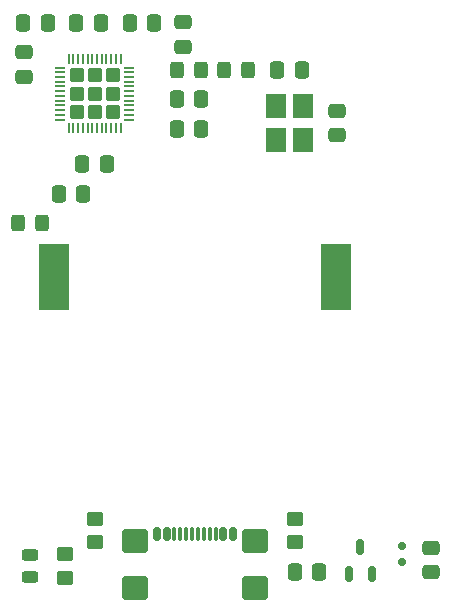
<source format=gbr>
%TF.GenerationSoftware,KiCad,Pcbnew,8.0.3-8.0.3-0~ubuntu24.04.1*%
%TF.CreationDate,2024-06-13T21:29:57+05:00*%
%TF.ProjectId,solartap_mcu,736f6c61-7274-4617-905f-6d63752e6b69,rev?*%
%TF.SameCoordinates,Original*%
%TF.FileFunction,Paste,Top*%
%TF.FilePolarity,Positive*%
%FSLAX46Y46*%
G04 Gerber Fmt 4.6, Leading zero omitted, Abs format (unit mm)*
G04 Created by KiCad (PCBNEW 8.0.3-8.0.3-0~ubuntu24.04.1) date 2024-06-13 21:29:57*
%MOMM*%
%LPD*%
G01*
G04 APERTURE LIST*
G04 Aperture macros list*
%AMRoundRect*
0 Rectangle with rounded corners*
0 $1 Rounding radius*
0 $2 $3 $4 $5 $6 $7 $8 $9 X,Y pos of 4 corners*
0 Add a 4 corners polygon primitive as box body*
4,1,4,$2,$3,$4,$5,$6,$7,$8,$9,$2,$3,0*
0 Add four circle primitives for the rounded corners*
1,1,$1+$1,$2,$3*
1,1,$1+$1,$4,$5*
1,1,$1+$1,$6,$7*
1,1,$1+$1,$8,$9*
0 Add four rect primitives between the rounded corners*
20,1,$1+$1,$2,$3,$4,$5,0*
20,1,$1+$1,$4,$5,$6,$7,0*
20,1,$1+$1,$6,$7,$8,$9,0*
20,1,$1+$1,$8,$9,$2,$3,0*%
G04 Aperture macros list end*
%ADD10RoundRect,0.150000X0.200000X-0.150000X0.200000X0.150000X-0.200000X0.150000X-0.200000X-0.150000X0*%
%ADD11R,1.800000X2.100000*%
%ADD12RoundRect,0.250000X0.475000X-0.337500X0.475000X0.337500X-0.475000X0.337500X-0.475000X-0.337500X0*%
%ADD13RoundRect,0.250000X0.337500X0.475000X-0.337500X0.475000X-0.337500X-0.475000X0.337500X-0.475000X0*%
%ADD14RoundRect,0.250000X0.325000X0.450000X-0.325000X0.450000X-0.325000X-0.450000X0.325000X-0.450000X0*%
%ADD15RoundRect,0.250000X-0.337500X-0.475000X0.337500X-0.475000X0.337500X0.475000X-0.337500X0.475000X0*%
%ADD16RoundRect,0.250000X-0.475000X0.337500X-0.475000X-0.337500X0.475000X-0.337500X0.475000X0.337500X0*%
%ADD17R,2.600000X5.560000*%
%ADD18RoundRect,0.250000X0.450000X-0.350000X0.450000X0.350000X-0.450000X0.350000X-0.450000X-0.350000X0*%
%ADD19RoundRect,0.250000X-0.840000X-0.750000X0.840000X-0.750000X0.840000X0.750000X-0.840000X0.750000X0*%
%ADD20RoundRect,0.150000X-0.150000X-0.425000X0.150000X-0.425000X0.150000X0.425000X-0.150000X0.425000X0*%
%ADD21RoundRect,0.075000X-0.075000X-0.500000X0.075000X-0.500000X0.075000X0.500000X-0.075000X0.500000X0*%
%ADD22RoundRect,0.243750X-0.456250X0.243750X-0.456250X-0.243750X0.456250X-0.243750X0.456250X0.243750X0*%
%ADD23RoundRect,0.250000X-0.370000X0.370000X-0.370000X-0.370000X0.370000X-0.370000X0.370000X0.370000X0*%
%ADD24RoundRect,0.050000X-0.050000X0.350000X-0.050000X-0.350000X0.050000X-0.350000X0.050000X0.350000X0*%
%ADD25RoundRect,0.050000X-0.350000X0.050000X-0.350000X-0.050000X0.350000X-0.050000X0.350000X0.050000X0*%
%ADD26RoundRect,0.250000X-0.325000X-0.450000X0.325000X-0.450000X0.325000X0.450000X-0.325000X0.450000X0*%
%ADD27RoundRect,0.150000X0.150000X-0.512500X0.150000X0.512500X-0.150000X0.512500X-0.150000X-0.512500X0*%
%ADD28RoundRect,0.250000X-0.450000X0.350000X-0.450000X-0.350000X0.450000X-0.350000X0.450000X0.350000X0*%
G04 APERTURE END LIST*
D10*
%TO.C,D2*%
X112500000Y-106700000D03*
X112500000Y-105300000D03*
%TD*%
D11*
%TO.C,Y1*%
X104150000Y-70950000D03*
X104150000Y-68050000D03*
X101850000Y-68050000D03*
X101850000Y-70950000D03*
%TD*%
D12*
%TO.C,C5*%
X94000000Y-63037500D03*
X94000000Y-60962500D03*
%TD*%
%TO.C,C4*%
X80500000Y-65567500D03*
X80500000Y-63492500D03*
%TD*%
D13*
%TO.C,C9*%
X83462500Y-75500000D03*
X85537500Y-75500000D03*
%TD*%
%TO.C,C3*%
X95537500Y-67500000D03*
X93462500Y-67500000D03*
%TD*%
D12*
%TO.C,C7*%
X107000000Y-70537500D03*
X107000000Y-68462500D03*
%TD*%
D14*
%TO.C,L1*%
X95525000Y-65000000D03*
X93475000Y-65000000D03*
%TD*%
D15*
%TO.C,C12*%
X105537500Y-107500000D03*
X103462500Y-107500000D03*
%TD*%
D16*
%TO.C,C13*%
X115000000Y-107537500D03*
X115000000Y-105462500D03*
%TD*%
D17*
%TO.C,BT1*%
X83095000Y-82500000D03*
X106905000Y-82500000D03*
%TD*%
D14*
%TO.C,L2*%
X99525000Y-65000000D03*
X97475000Y-65000000D03*
%TD*%
D18*
%TO.C,R1*%
X84000000Y-108000000D03*
X84000000Y-106000000D03*
%TD*%
D15*
%TO.C,C10*%
X80462500Y-61030000D03*
X82537500Y-61030000D03*
%TD*%
%TO.C,C11*%
X84962500Y-61030000D03*
X87037500Y-61030000D03*
%TD*%
D19*
%TO.C,J1*%
X100110000Y-108825000D03*
X100110000Y-104895000D03*
X89890000Y-108825000D03*
X89890000Y-104895000D03*
D20*
X91800000Y-104320000D03*
X92600000Y-104320000D03*
D21*
X93250000Y-104320000D03*
X94250000Y-104320000D03*
X95750000Y-104320000D03*
X96750000Y-104320000D03*
D20*
X97400000Y-104320000D03*
X98200000Y-104320000D03*
X98200000Y-104320000D03*
X97400000Y-104320000D03*
D21*
X96250000Y-104320000D03*
X95250000Y-104320000D03*
X94750000Y-104320000D03*
X93750000Y-104320000D03*
D20*
X92600000Y-104320000D03*
X91800000Y-104320000D03*
%TD*%
D22*
%TO.C,D1*%
X81000000Y-106062500D03*
X81000000Y-107937500D03*
%TD*%
D23*
%TO.C,U1*%
X88030000Y-65470000D03*
X86500000Y-65470000D03*
X84970000Y-65470000D03*
X88030000Y-67000000D03*
X86500000Y-67000000D03*
X84970000Y-67000000D03*
X88030000Y-68530000D03*
X86500000Y-68530000D03*
X84970000Y-68530000D03*
D24*
X88700000Y-64050000D03*
X88300000Y-64050000D03*
X87900000Y-64050000D03*
X87500000Y-64050000D03*
X87100000Y-64050000D03*
X86700000Y-64050000D03*
X86300000Y-64050000D03*
X85900000Y-64050000D03*
X85500000Y-64050000D03*
X85100000Y-64050000D03*
X84700000Y-64050000D03*
X84300000Y-64050000D03*
D25*
X83550000Y-64800000D03*
X83550000Y-65200000D03*
X83550000Y-65600000D03*
X83550000Y-66000000D03*
X83550000Y-66400000D03*
X83550000Y-66800000D03*
X83550000Y-67200000D03*
X83550000Y-67600000D03*
X83550000Y-68000000D03*
X83550000Y-68400000D03*
X83550000Y-68800000D03*
X83550000Y-69200000D03*
D24*
X84300000Y-69950000D03*
X84700000Y-69950000D03*
X85100000Y-69950000D03*
X85500000Y-69950000D03*
X85900000Y-69950000D03*
X86300000Y-69950000D03*
X86700000Y-69950000D03*
X87100000Y-69950000D03*
X87500000Y-69950000D03*
X87900000Y-69950000D03*
X88300000Y-69950000D03*
X88700000Y-69950000D03*
D25*
X89450000Y-69200000D03*
X89450000Y-68800000D03*
X89450000Y-68400000D03*
X89450000Y-68000000D03*
X89450000Y-67600000D03*
X89450000Y-67200000D03*
X89450000Y-66800000D03*
X89450000Y-66400000D03*
X89450000Y-66000000D03*
X89450000Y-65600000D03*
X89450000Y-65200000D03*
X89450000Y-64800000D03*
%TD*%
D26*
%TO.C,L3*%
X82025000Y-78000000D03*
X79975000Y-78000000D03*
%TD*%
D15*
%TO.C,C8*%
X101962500Y-65000000D03*
X104037500Y-65000000D03*
%TD*%
%TO.C,C6*%
X93462500Y-70000000D03*
X95537500Y-70000000D03*
%TD*%
D13*
%TO.C,C2*%
X87537500Y-73000000D03*
X85462500Y-73000000D03*
%TD*%
D18*
%TO.C,R2*%
X86500000Y-103000000D03*
X86500000Y-105000000D03*
%TD*%
D27*
%TO.C,U2*%
X109000000Y-105362500D03*
X109950000Y-107637500D03*
X108050000Y-107637500D03*
%TD*%
D28*
%TO.C,R3*%
X103500000Y-105000000D03*
X103500000Y-103000000D03*
%TD*%
D15*
%TO.C,C1*%
X89462500Y-61000000D03*
X91537500Y-61000000D03*
%TD*%
M02*

</source>
